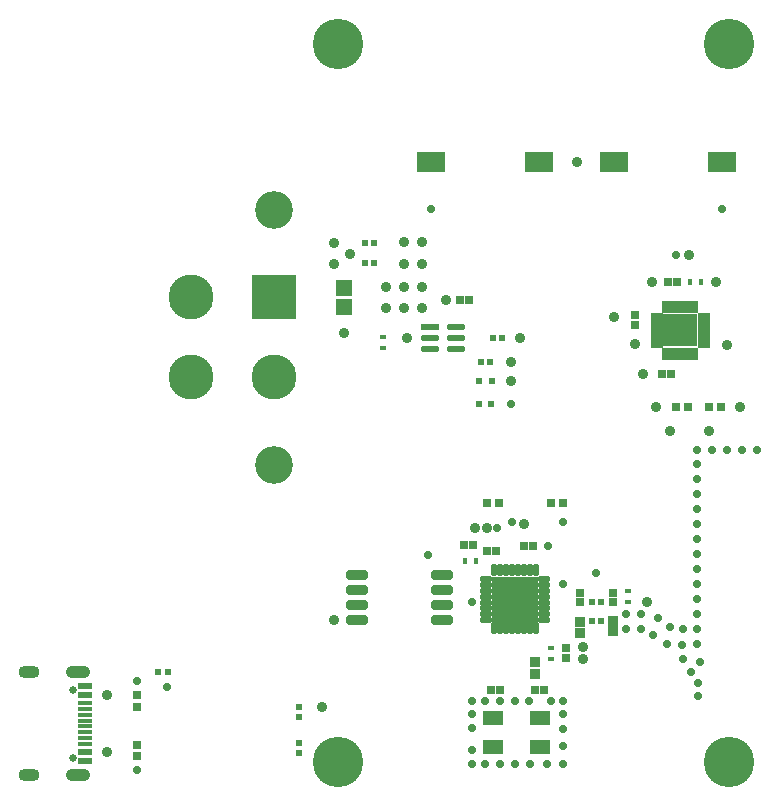
<source format=gts>
%FSTAX23Y23*%
%MOIN*%
%SFA1B1*%

%IPPOS*%
%AMD43*
4,1,8,0.019300,0.011300,-0.019300,0.011300,-0.030600,0.000000,-0.030600,0.000000,-0.019300,-0.011300,0.019300,-0.011300,0.030600,0.000000,0.030600,0.000000,0.019300,0.011300,0.0*
1,1,0.022524,0.019300,0.000000*
1,1,0.022524,-0.019300,0.000000*
1,1,0.022524,-0.019300,0.000000*
1,1,0.022524,0.019300,0.000000*
%
%AMD59*
4,1,8,0.035400,0.000000,0.035400,0.000000,0.015700,0.019700,-0.015700,0.019700,-0.035400,0.000000,-0.035400,0.000000,-0.015700,-0.019700,0.015700,-0.019700,0.035400,0.000000,0.0*
1,1,0.039370,0.015700,0.000000*
1,1,0.039370,0.015700,0.000000*
1,1,0.039370,-0.015700,0.000000*
1,1,0.039370,-0.015700,0.000000*
%
%AMD60*
4,1,8,0.041300,0.000000,0.041300,0.000000,0.021700,0.019700,-0.021700,0.019700,-0.041300,0.000000,-0.041300,0.000000,-0.021700,-0.019700,0.021700,-0.019700,0.041300,0.000000,0.0*
1,1,0.039370,0.021700,0.000000*
1,1,0.039370,0.021700,0.000000*
1,1,0.039370,-0.021700,0.000000*
1,1,0.039370,-0.021700,0.000000*
%
%AMD77*
4,1,8,0.028800,0.015400,-0.028800,0.015400,-0.035700,0.008600,-0.035700,-0.008600,-0.028800,-0.015400,0.028800,-0.015400,0.035700,-0.008600,0.035700,0.008600,0.028800,0.015400,0.0*
1,1,0.013709,0.028800,0.008600*
1,1,0.013709,-0.028800,0.008600*
1,1,0.013709,-0.028800,-0.008600*
1,1,0.013709,0.028800,-0.008600*
%
%AMD79*
4,1,8,-0.014600,-0.009300,0.014600,-0.009300,0.019900,-0.004000,0.019900,0.004000,0.014600,0.009300,-0.014600,0.009300,-0.019900,0.004000,-0.019900,-0.004000,-0.014600,-0.009300,0.0*
1,1,0.010657,-0.014600,-0.004000*
1,1,0.010657,0.014600,-0.004000*
1,1,0.010657,0.014600,0.004000*
1,1,0.010657,-0.014600,0.004000*
%
%AMD80*
4,1,8,-0.004000,-0.019900,0.004000,-0.019900,0.009300,-0.014600,0.009300,0.014600,0.004000,0.019900,-0.004000,0.019900,-0.009300,0.014600,-0.009300,-0.014600,-0.004000,-0.019900,0.0*
1,1,0.010657,-0.004000,-0.014600*
1,1,0.010657,0.004000,-0.014600*
1,1,0.010657,0.004000,0.014600*
1,1,0.010657,-0.004000,0.014600*
%
%ADD13R,0.020289X0.018601*%
%ADD17R,0.017716X0.023622*%
%ADD19R,0.023622X0.021654*%
%ADD20R,0.021654X0.023622*%
%ADD21R,0.070866X0.047244*%
%ADD25R,0.026476X0.026306*%
%ADD26R,0.057331X0.053324*%
%ADD27R,0.045275X0.011811*%
%ADD28R,0.045275X0.023622*%
%ADD39R,0.026306X0.026476*%
G04~CAMADD=43~8~0.0~0.0~612.0~225.2~112.6~0.0~15~0.0~0.0~0.0~0.0~0~0.0~0.0~0.0~0.0~0~0.0~0.0~0.0~0.0~612.0~225.2*
%ADD43D43*%
%ADD44R,0.061196X0.022525*%
%ADD45R,0.018432X0.018601*%
%ADD46R,0.023622X0.017716*%
%ADD47R,0.018701X0.019685*%
%ADD48R,0.023622X0.019685*%
G04~CAMADD=59~8~0.0~0.0~393.7~708.7~196.9~0.0~15~0.0~0.0~0.0~0.0~0~0.0~0.0~0.0~0.0~0~0.0~0.0~0.0~270.0~707.0~393.0*
%ADD59D59*%
G04~CAMADD=60~8~0.0~0.0~393.7~826.8~196.9~0.0~15~0.0~0.0~0.0~0.0~0~0.0~0.0~0.0~0.0~0~0.0~0.0~0.0~270.0~828.0~394.0*
%ADD60D60*%
%ADD61C,0.025591*%
%ADD63C,0.028000*%
%ADD73R,0.032409X0.033984*%
%ADD74R,0.093827X0.070992*%
%ADD75R,0.094614X0.070992*%
%ADD76R,0.029260X0.030835*%
G04~CAMADD=77~8~0.0~0.0~713.9~308.3~68.5~0.0~15~0.0~0.0~0.0~0.0~0~0.0~0.0~0.0~0.0~0~0.0~0.0~0.0~0.0~713.9~308.3*
%ADD77D77*%
%ADD78R,0.153669X0.153669*%
G04~CAMADD=79~8~0.0~0.0~398.9~186.3~53.3~0.0~15~0.0~0.0~0.0~0.0~0~0.0~0.0~0.0~0.0~0~0.0~0.0~0.0~180.0~398.0~186.0*
%ADD79D79*%
G04~CAMADD=80~8~0.0~0.0~186.3~398.9~53.3~0.0~15~0.0~0.0~0.0~0.0~0~0.0~0.0~0.0~0.0~0~0.0~0.0~0.0~180.0~186.0~398.0*
%ADD80D80*%
%ADD81R,0.114299X0.110362*%
%ADD82R,0.039496X0.021779*%
%ADD83R,0.021779X0.041464*%
%ADD84R,0.030835X0.029260*%
%ADD85R,0.033590X0.033590*%
%ADD86R,0.030047X0.028472*%
%ADD87C,0.125716*%
%ADD88C,0.149968*%
%ADD89R,0.149968X0.149968*%
%ADD90C,0.036000*%
%ADD91C,0.168000*%
%ADD92C,0.058000*%
%ADD93C,0.027685*%
%LNpcb-1*%
%LPD*%
G54D13*
X02044Y00565D03*
X02015D03*
X01289Y01825D03*
X0126D03*
X01289Y0176D03*
X0126D03*
X02044Y0063D03*
X02015D03*
G54D17*
X01628Y00765D03*
X01591D03*
X02378Y01695D03*
X02341D03*
G54D19*
X0104Y00248D03*
Y00281D03*
Y00161D03*
Y00128D03*
G54D20*
X00568Y00395D03*
X00601D03*
G54D21*
X01843Y00147D03*
X01686D03*
Y00242D03*
X01843D03*
G54D25*
X005Y00115D03*
Y00154D03*
Y0028D03*
Y00319D03*
G54D26*
X0119Y01675D03*
Y01614D03*
G54D27*
X00326Y00293D03*
Y00274D03*
Y00254D03*
Y00234D03*
Y00215D03*
Y00195D03*
Y00175D03*
Y00156D03*
G54D28*
X00326Y00319D03*
Y0013D03*
Y0035D03*
Y00099D03*
G54D39*
X02295Y0128D03*
X02334D03*
X02444D03*
X02405D03*
X0188Y0096D03*
X01919D03*
X01665D03*
X01704D03*
G54D43*
X01563Y01547D03*
Y0151D03*
Y01472D03*
X01476D03*
Y0151D03*
G54D44*
X01476Y01547D03*
G54D45*
X01684Y0151D03*
X01715D03*
X01675Y0143D03*
X01644D03*
G54D46*
X01317Y01513D03*
Y01476D03*
X0188Y00441D03*
Y00478D03*
X02135Y00668D03*
Y00631D03*
G54D47*
X01639Y0129D03*
X0168D03*
G54D48*
X01681Y01365D03*
X01638D03*
G54D59*
X00139Y00395D03*
Y00054D03*
G54D60*
X00303Y00395D03*
Y00054D03*
G54D61*
X00284Y00338D03*
Y00111D03*
G54D63*
X0148Y0194D03*
X006Y00345D03*
X005Y00365D03*
X02365Y01135D03*
X02415D03*
X02565D03*
X02515D03*
X02465D03*
X0237Y00315D03*
Y0036D03*
X02345Y00395D03*
X0232Y0044D03*
X02315Y00485D03*
X02265Y0049D03*
X0222Y0052D03*
X0218Y0054D03*
X0213D03*
Y0059D03*
X0218D03*
X02235Y00575D03*
X02275Y00545D03*
X0232Y0054D03*
X02365Y0049D03*
Y0054D03*
Y0059D03*
Y0064D03*
Y0069D03*
Y0074D03*
Y0079D03*
Y0084D03*
Y0089D03*
Y0094D03*
Y0099D03*
Y0104D03*
Y0109D03*
X02375Y0043D03*
X0203Y00725D03*
X0175Y00895D03*
X0245Y0194D03*
X0192Y00895D03*
Y0069D03*
X017Y00875D03*
X0147Y00785D03*
X01615Y00629D03*
X0187Y00815D03*
X02295Y01785D03*
X01615Y00135D03*
Y003D03*
Y00255D03*
Y0021D03*
X0192Y0015D03*
X01615Y0009D03*
X0166D03*
X0171D03*
X0176D03*
X0181D03*
X01865D03*
X0192D03*
Y00205D03*
Y00255D03*
Y003D03*
X01877D03*
X0166D03*
X01805D03*
X0171D03*
X0176D03*
X01805Y0059D03*
X01715Y0059D03*
X0176D03*
X01715Y0064D03*
X005Y0007D03*
X01745Y0129D03*
X01715Y00685D03*
X01805Y0064D03*
Y00685D03*
X0176D03*
G54D73*
X01975Y00527D03*
Y00562D03*
X02085Y00567D03*
Y00532D03*
G54D74*
X01479Y02095D03*
X0245D03*
G54D75*
X0184Y02095D03*
X02089D03*
G54D76*
X0193Y00475D03*
Y00444D03*
X0216Y01554D03*
Y01585D03*
X02084Y00629D03*
Y0066D03*
X01974D03*
Y00629D03*
G54D77*
X01232Y00719D03*
Y00669D03*
Y00619D03*
Y00569D03*
X01516D03*
Y00619D03*
Y00669D03*
Y00719D03*
G54D78*
X01759Y00638D03*
G54D79*
X01663Y00569D03*
Y00589D03*
Y00609D03*
Y00628D03*
Y00648D03*
Y00668D03*
Y00687D03*
Y00707D03*
X01855D03*
Y00687D03*
Y00668D03*
Y00648D03*
Y00628D03*
Y00609D03*
Y00589D03*
Y00569D03*
G54D80*
X01828Y00542D03*
X01808D03*
X01789D03*
X01769D03*
X01749D03*
X0173D03*
X0171D03*
X0169D03*
Y00735D03*
X0171D03*
X0173D03*
X01749D03*
X01769D03*
X01789D03*
X01808D03*
X01828D03*
G54D81*
X0231Y01535D03*
G54D82*
X02231Y01584D03*
Y01564D03*
Y01544D03*
Y01525D03*
Y01505D03*
Y01485D03*
X02388Y01584D03*
Y01564D03*
Y01544D03*
Y01525D03*
Y01505D03*
Y01485D03*
G54D83*
X0226Y01457D03*
X0228D03*
X023D03*
X02319D03*
X02339D03*
X02359D03*
X0226Y01612D03*
X0228D03*
X023D03*
X02319D03*
X02339D03*
X02359D03*
G54D84*
X02249Y0139D03*
X0228D03*
X02269Y01695D03*
X023D03*
X01589Y0082D03*
X0162D03*
X01789Y00815D03*
X0182D03*
X01605Y01635D03*
X01574D03*
X01695Y008D03*
X01664D03*
G54D85*
X01825Y0039D03*
Y0043D03*
G54D86*
X01824Y00335D03*
X01855D03*
X0171D03*
X01679D03*
G54D87*
X00955Y01937D03*
Y01087D03*
G54D88*
X0068Y01645D03*
Y0138D03*
X00955D03*
G54D89*
X00955Y01645D03*
G54D90*
X01115Y0028D03*
X02275Y012D03*
X02405D03*
X022Y0063D03*
X02428Y01695D03*
X01985Y0044D03*
Y0048D03*
X01745Y01365D03*
Y0143D03*
X01665Y00875D03*
X01625D03*
X01155Y0057D03*
X0179Y0089D03*
X02185Y0139D03*
X0234Y01785D03*
X01155Y01755D03*
X0251Y0128D03*
X0223D03*
X0216Y0149D03*
X02088Y01581D03*
X02215Y01695D03*
X02465Y01485D03*
X01965Y02095D03*
X01775Y0151D03*
X0153Y01635D03*
X0133Y0161D03*
X0145Y0183D03*
Y01755D03*
Y0168D03*
Y0161D03*
X0139D03*
X0133Y0168D03*
X0139D03*
Y01755D03*
Y0183D03*
X01207Y01789D03*
X0119Y01525D03*
X01155Y01825D03*
X014Y0151D03*
X004Y0032D03*
Y0013D03*
G54D91*
X02473Y00098D03*
X02473Y0249D03*
X0117Y00098D03*
Y0249D03*
G54D92*
X0176Y0064D03*
G54D93*
X02331Y01513D03*
X02288D03*
Y01556D03*
X02331D03*
M02*
</source>
